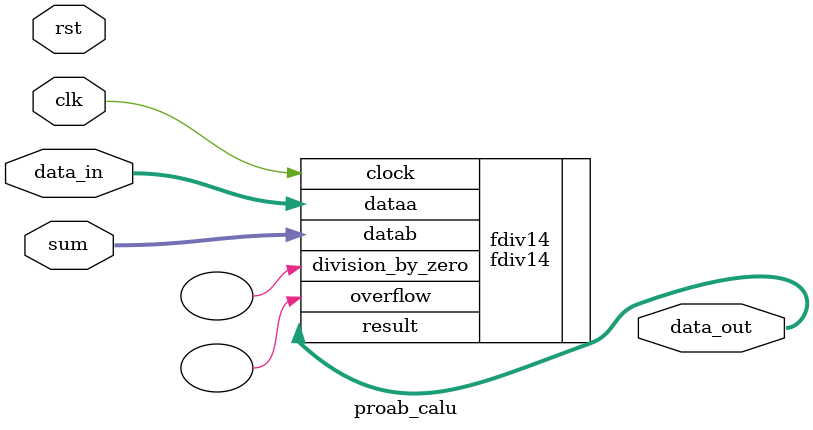
<source format=v>
/*
* Created           : cheng liu
* Date              : 2016-04-19
*
* Description:
* 
* Calculate the proabiliy in the last step of softmax.
* 
* 
*/

// synposys translate_off
`timescale 1ns/100ps
// synposys translate_on

module proab_calu #(
    parameter DW = 32
)(
    // The results will be written to an output memory.
    output                   [DW-1: 0] data_out,

    //The input is loaded from previous intermediate memory.
    input                    [DW-1: 0] data_in,
    input                    [DW-1: 0] sum,

    input                              clk,
    input                              rst
);

    fdiv14 fdiv14(
        .clock(clk),
        .dataa(data_in),
        .datab(sum),
        .division_by_zero(),
        .overflow(),
        .result(data_out)
    );
    
endmodule	


</source>
